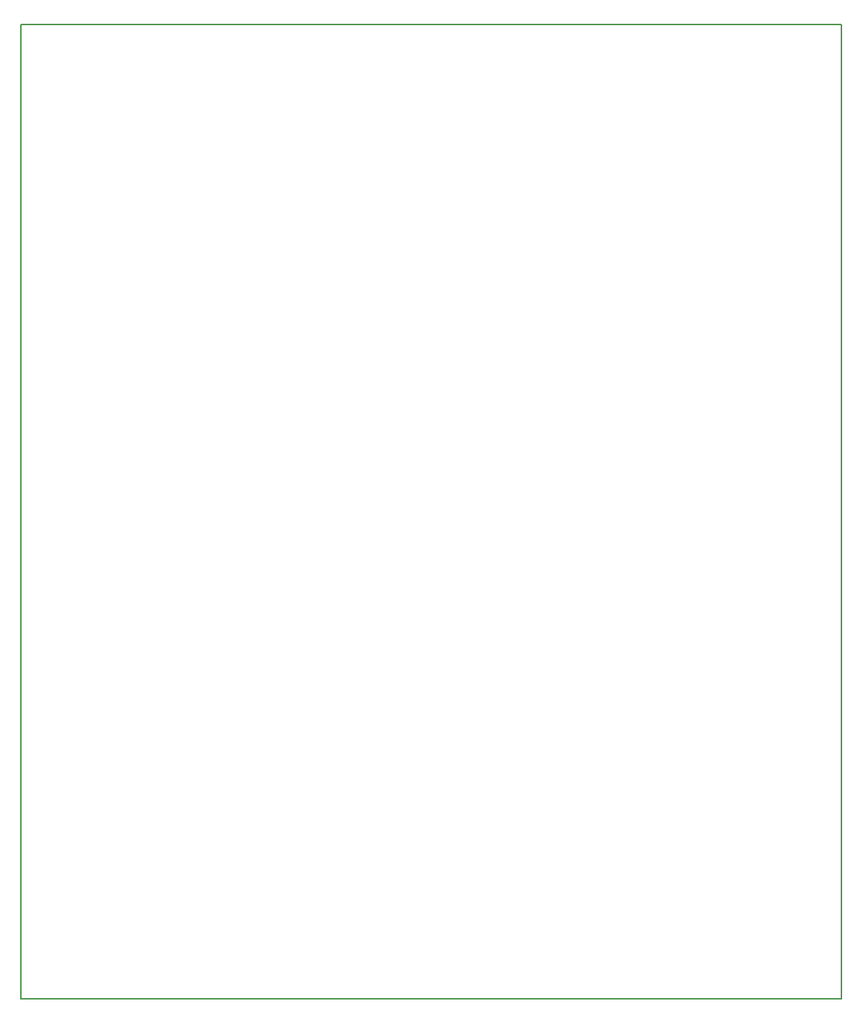
<source format=gbr>
G04 #@! TF.GenerationSoftware,KiCad,Pcbnew,(5.1.0)-1*
G04 #@! TF.CreationDate,2019-03-25T15:40:50+01:00*
G04 #@! TF.ProjectId,Board,426f6172-642e-46b6-9963-61645f706362,rev?*
G04 #@! TF.SameCoordinates,PX5f8e620PY8acb798*
G04 #@! TF.FileFunction,Profile,NP*
%FSLAX46Y46*%
G04 Gerber Fmt 4.6, Leading zero omitted, Abs format (unit mm)*
G04 Created by KiCad (PCBNEW (5.1.0)-1) date 2019-03-25 15:40:50*
%MOMM*%
%LPD*%
G04 APERTURE LIST*
%ADD10C,0.150000*%
G04 APERTURE END LIST*
D10*
X96555442Y114612388D02*
X35442Y114612388D01*
X35442Y114612388D02*
X35442Y58388D01*
X35442Y58388D02*
X96555442Y58388D01*
X96555442Y58388D02*
X96555442Y114612388D01*
M02*

</source>
